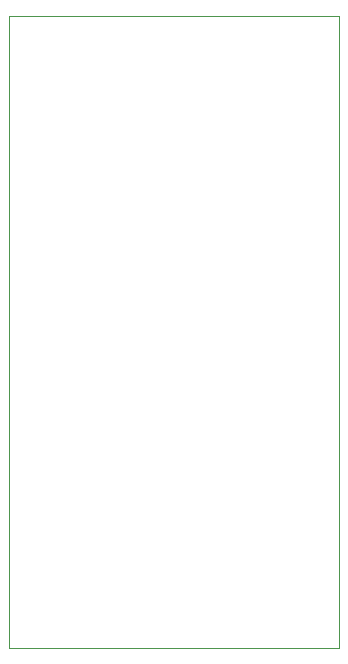
<source format=gbr>
G04 #@! TF.GenerationSoftware,KiCad,Pcbnew,8.0.0*
G04 #@! TF.CreationDate,2024-03-10T17:40:45+01:00*
G04 #@! TF.ProjectId,mailboxguard_shield,6d61696c-626f-4786-9775-6172645f7368,rev?*
G04 #@! TF.SameCoordinates,PX41cdb40PY4ead9a0*
G04 #@! TF.FileFunction,Profile,NP*
%FSLAX46Y46*%
G04 Gerber Fmt 4.6, Leading zero omitted, Abs format (unit mm)*
G04 Created by KiCad (PCBNEW 8.0.0) date 2024-03-10 17:40:45*
%MOMM*%
%LPD*%
G01*
G04 APERTURE LIST*
G04 #@! TA.AperFunction,Profile*
%ADD10C,0.050000*%
G04 #@! TD*
G04 APERTURE END LIST*
D10*
X5500000Y53500000D02*
X33500000Y53500000D01*
X33500000Y0D01*
X5500000Y0D01*
X5500000Y53500000D01*
M02*

</source>
